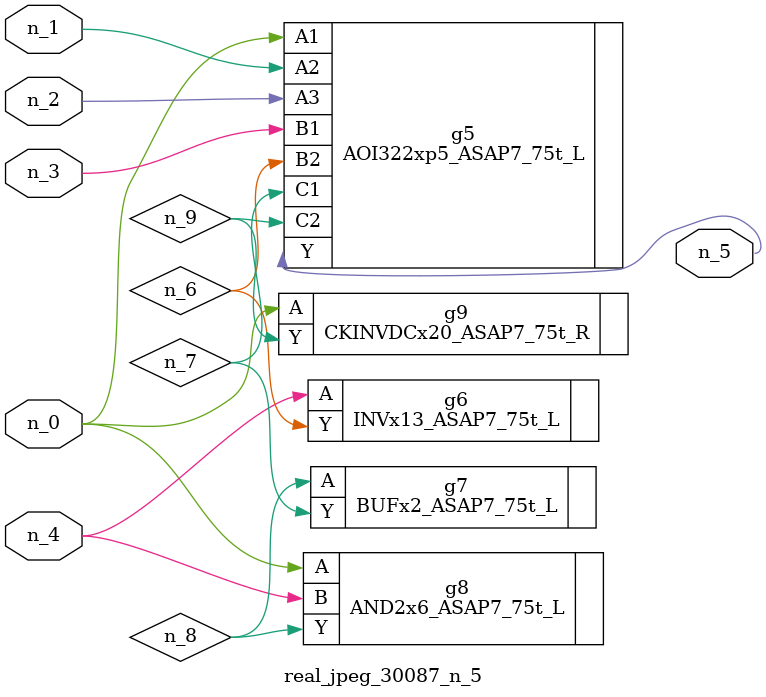
<source format=v>
module real_jpeg_30087_n_5 (n_4, n_0, n_1, n_2, n_3, n_5);

input n_4;
input n_0;
input n_1;
input n_2;
input n_3;

output n_5;

wire n_8;
wire n_6;
wire n_7;
wire n_9;

AOI322xp5_ASAP7_75t_L g5 ( 
.A1(n_0),
.A2(n_1),
.A3(n_2),
.B1(n_3),
.B2(n_6),
.C1(n_7),
.C2(n_9),
.Y(n_5)
);

AND2x6_ASAP7_75t_L g8 ( 
.A(n_0),
.B(n_4),
.Y(n_8)
);

CKINVDCx20_ASAP7_75t_R g9 ( 
.A(n_0),
.Y(n_9)
);

INVx13_ASAP7_75t_L g6 ( 
.A(n_4),
.Y(n_6)
);

BUFx2_ASAP7_75t_L g7 ( 
.A(n_8),
.Y(n_7)
);


endmodule
</source>
